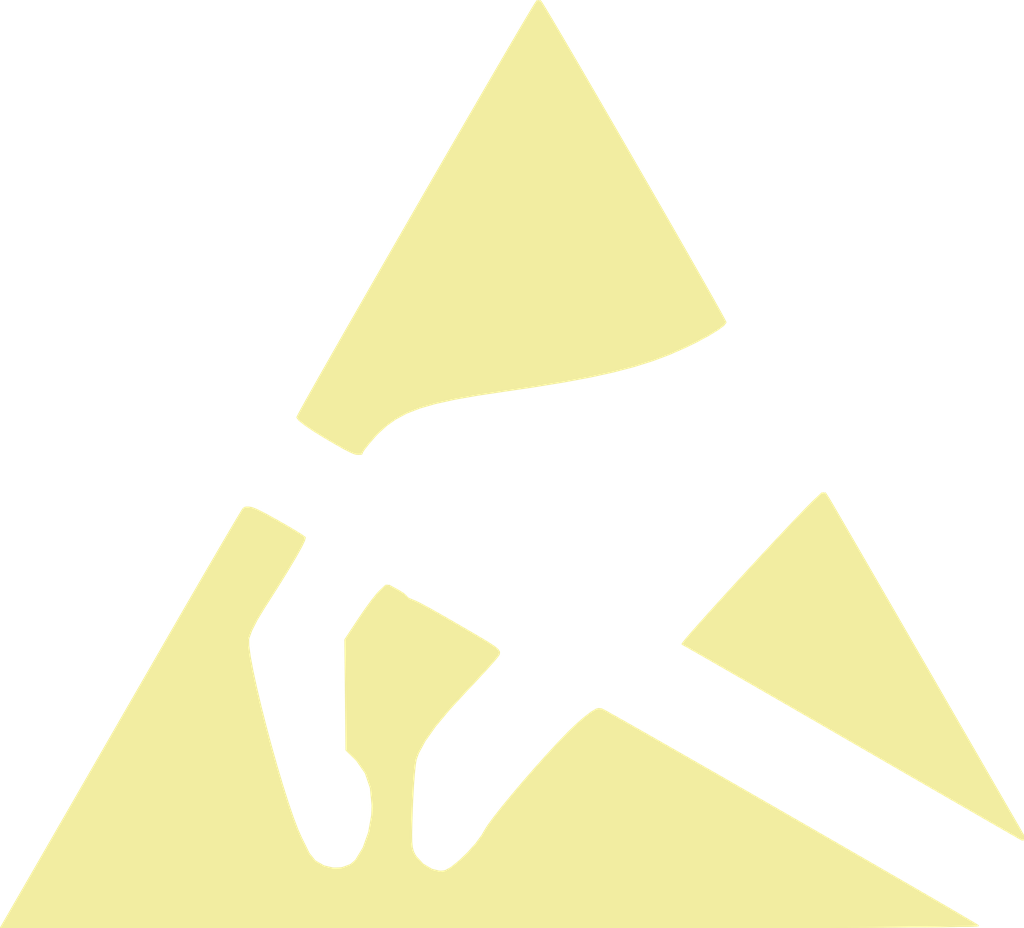
<source format=kicad_pcb>
(kicad_pcb (version 20240108) (generator "pcbnew") (generator_version "8.0")
  (layers (0 "F.Cu" signal) (31 "B.Cu" signal) (34 "B.Paste" user) (35 "F.Paste" user) (36 "B.SilkS" user "B.Silkscreen") (37 "F.SilkS" user "F.Silkscreen") (38 "B.Mask" user) (39 "F.Mask" user) (44 "Edge.Cuts" user))
  (net 0 "")
  (footprint "Symbol:ESD-Logo_6.6x6mm_SilkScreen" (layer "F.Cu") (at 55.79824 44.479146)
    (property "Reference" "R2" (hide yes))
    (property "Value" "R" (hide yes))
    (fp_poly (pts (xy 1.987528 0.234619) (xy 1.998908 0.253693) (xy 2.024488 0.297421) (xy 2.063002 0.363619) (xy 2.113186 0.450102) (xy 2.173775 0.554685) (xy 2.243503 0.675183) (xy 2.321107 0.809412) (xy 2.40532 0.955187) (xy 2.494879 1.110323) (xy 2.586998 1.27) (xy 2.681076 1.433117) (xy 2.771402 1.589709) (xy 2.856665 1.737506) (xy 2.935557 1.87424) (xy 3.006769 1.997642) (xy 3.068991 2.105444) (xy 3.120913 2.195377) (xy 3.161228 2.265173) (xy 3.188624 2.312564) (xy 3.201507 2.334786) (xy 3.222507 2.37233) (xy 3.233925 2.395831) (xy 3.234551 2.39992) (xy 3.220636 2.392242) (xy 3.181941 2.370203) (xy 3.120487 2.334971) (xy 3.038298 2.287711) (xy 2.937396 2.229589) (xy 2.819805 2.161771) (xy 2.687546 2.085424) (xy 2.542642 2.001714) (xy 2.387117 1.911806) (xy 2.222992 1.816867) (xy 2.160549 1.780732) (xy 1.993487 1.684083) (xy 1.834074 1.591938) (xy 1.684355 1.505475) (xy 1.546376 1.425871) (xy 1.422185 1.354305) (xy 1.313827 1.291955) (xy 1.223348 1.239998) (xy 1.152796 1.199613) (xy 1.104215 1.171978) (xy 1.079654 1.158272) (xy 1.077085 1.156974) (xy 1.084569 1.14522) (xy 1.110614 1.113795) (xy 1.152559 1.065594) (xy 1.207746 1.00351) (xy 1.273517 0.930439) (xy 1.347212 0.849276) (xy 1.426173 0.762916) (xy 1.50774 0.674253) (xy 1.589254 0.586182) (xy 1.668057 0.501599) (xy 1.74149 0.423397) (xy 1.806893 0.354472) (xy 1.861608 0.297719) (xy 1.902977 0.256032) (xy 1.917164 0.242363) (xy 1.96418 0.198201) (xy 1.987528 0.234619)) (stroke (width 0.01)) (fill solid) (layer "F.SilkS"))
    (fp_poly (pts (xy 0.164043 -2.914165) (xy 0.187065 -2.876755) (xy 0.222534 -2.817486) (xy 0.268996 -2.738882) (xy 0.324996 -2.643462) (xy 0.389081 -2.53375) (xy 0.459796 -2.412266) (xy 0.535687 -2.281532) (xy 0.615299 -2.14407) (xy 0.697178 -2.002402) (xy 0.77987 -1.859049) (xy 0.861921 -1.716533) (xy 0.941876 -1.577376) (xy 1.018281 -1.444099) (xy 1.089682 -1.319224) (xy 1.154624 -1.205273) (xy 1.211653 -1.104767) (xy 1.259315 -1.020228) (xy 1.296155 -0.954178) (xy 1.32072 -0.909138) (xy 1.331554 -0.88763) (xy 1.331951 -0.886286) (xy 1.318501 -0.868035) (xy 1.281114 -0.840118) (xy 1.224235 -0.805275) (xy 1.152312 -0.766246) (xy 1.077015 -0.729157) (xy 0.97456 -0.684183) (xy 0.866817 -0.643774) (xy 0.750073 -0.607031) (xy 0.620618 -0.573058) (xy 0.47474 -0.540956) (xy 0.308726 -0.509827) (xy 0.118866 -0.478773) (xy -0.077531 -0.449855) (xy -0.248166 -0.4242) (xy -0.391455 -0.398802) (xy -0.510992 -0.372398) (xy -0.61037 -0.343727) (xy -0.693182 -0.311527) (xy -0.763022 -0.274535) (xy -0.823482 -0.231488) (xy -0.878155 -0.181125) (xy -0.895786 -0.162417) (xy -0.934 -0.118861) (xy -0.962268 -0.083318) (xy -0.975382 -0.062417) (xy -0.975732 -0.060703) (xy -0.98032 -0.050194) (xy -0.996242 -0.050076) (xy -1.026734 -0.061746) (xy -1.075032 -0.086604) (xy -1.144373 -0.126048) (xy -1.192561 -0.154413) (xy -1.264417 -0.198753) (xy -1.320258 -0.236721) (xy -1.356333 -0.265584) (xy -1.368887 -0.282612) (xy -1.368879 -0.282736) (xy -1.361094 -0.298963) (xy -1.339108 -0.3396) (xy -1.304197 -0.402433) (xy -1.257637 -0.485248) (xy -1.200705 -0.585828) (xy -1.134677 -0.70196) (xy -1.060828 -0.831429) (xy -0.980436 -0.97202) (xy -0.894776 -1.121518) (xy -0.805124 -1.277708) (xy -0.712757 -1.438376) (xy -0.618951 -1.601307) (xy -0.524982 -1.764287) (xy -0.432126 -1.9251) (xy -0.34166 -2.081532) (xy -0.254859 -2.231367) (xy -0.173 -2.372392) (xy -0.097359 -2.502391) (xy -0.029213 -2.619151) (xy 0.030163 -2.720455) (xy 0.079493 -2.804089) (xy 0.1175 -2.867838) (xy 0.142907 -2.909489) (xy 0.15444 -2.926825) (xy 0.154923 -2.927195) (xy 0.164043 -2.914165)) (stroke (width 0.01)) (fill solid) (layer "F.SilkS"))
    (fp_poly (pts (xy -1.677906 0.291158) (xy -1.645381 0.303736) (xy -1.595807 0.328712) (xy -1.524626 0.367876) (xy -1.519084 0.370988) (xy -1.453526 0.408476) (xy -1.398202 0.441319) (xy -1.358545 0.466205) (xy -1.339988 0.47982) (xy -1.339469 0.480487) (xy -1.343952 0.49939) (xy -1.364514 0.541605) (xy -1.399817 0.604832) (xy -1.44852 0.686772) (xy -1.509282 0.785122) (xy -1.580764 0.897585) (xy -1.598555 0.925165) (xy -1.644907 1.001699) (xy -1.678658 1.067556) (xy -1.696847 1.116782) (xy -1.698714 1.126507) (xy -1.697885 1.169312) (xy -1.688606 1.237209) (xy -1.672032 1.325843) (xy -1.64932 1.430859) (xy -1.621627 1.547902) (xy -1.59011 1.672616) (xy -1.555925 1.800645) (xy -1.520229 1.927634) (xy -1.484179 2.049228) (xy -1.448932 2.161072) (xy -1.415644 2.25881) (xy -1.385472 2.338087) (xy -1.364439 2.385122) (xy -1.339663 2.435225) (xy -1.31627 2.483168) (xy -1.315003 2.485793) (xy -1.276301 2.53422) (xy -1.219816 2.566828) (xy -1.154061 2.582454) (xy -1.087549 2.579937) (xy -1.028795 2.558114) (xy -0.995742 2.529382) (xy -0.948141 2.450583) (xy -0.913261 2.352378) (xy -0.894123 2.244779) (xy -0.891412 2.18378) (xy -0.90233 2.069935) (xy -0.934376 1.97566) (xy -0.989274 1.896379) (xy -1.006393 1.878733) (xy -1.057339 1.829235) (xy -1.060837 1.479362) (xy -1.064336 1.129489) (xy -0.975182 0.994531) (xy -0.933346 0.933445) (xy -0.893055 0.878493) (xy -0.860057 0.837336) (xy -0.845874 0.822192) (xy -0.805719 0.78481) (xy -0.751335 0.814098) (xy -0.716961 0.835084) (xy -0.698154 0.851378) (xy -0.696951 0.854307) (xy -0.684097 0.866728) (xy -0.662104 0.875977) (xy -0.64085 0.884313) (xy -0.608306 0.900149) (xy -0.561678 0.925033) (xy -0.498171 0.960509) (xy -0.414992 1.008123) (xy -0.309347 1.069422) (xy -0.251938 1.102932) (xy -0.184406 1.143071) (xy -0.140115 1.171659) (xy -0.115145 1.192039) (xy -0.105577 1.207553) (xy -0.107492 1.221546) (xy -0.109089 1.224796) (xy -0.124624 1.245266) (xy -0.157864 1.283665) (xy -0.204938 1.335696) (xy -0.261972 1.397066) (xy -0.3113 1.44909) (xy -0.42497 1.572567) (xy -0.513895 1.679591) (xy -0.578866 1.77124) (xy -0.620679 1.848588) (xy -0.634783 1.887866) (xy -0.640608 1.922249) (xy -0.646625 1.980899) (xy -0.652304 2.057117) (xy -0.657116 2.144202) (xy -0.659381 2.199268) (xy -0.662541 2.294464) (xy -0.663931 2.364062) (xy -0.663142 2.413409) (xy -0.659765 2.447854) (xy -0.653392 2.472743) (xy -0.643613 2.493425) (xy -0.635933 2.506053) (xy -0.591579 2.554726) (xy -0.534426 2.588645) (xy -0.474292 2.603438) (xy -0.429227 2.598086) (xy -0.388424 2.57493) (xy -0.337276 2.533462) (xy -0.282958 2.480912) (xy -0.232643 2.424516) (xy -0.193506 2.371505) (xy -0.179095 2.345889) (xy -0.157509 2.310814) (xy -0.118247 2.257389) (xy -0.064898 2.189789) (xy -0.001048 2.11219) (xy 0.069715 2.028768) (xy 0.143804 1.943698) (xy 0.217632 1.861155) (xy 0.287611 1.785316) (xy 0.350155 1.720356) (xy 0.39926 1.672669) (xy 0.453779 1.625032) (xy 0.499642 1.589908) (xy 0.531811 1.570949) (xy 0.542489 1.568864) (xy 0.558853 1.577274) (xy 0.599671 1.599846) (xy 0.662586 1.635224) (xy 0.745244 1.682054) (xy 0.845289 1.738981) (xy 0.960366 1.804649) (xy 1.088119 1.877703) (xy 1.226194 1.956788) (xy 1.372234 2.040548) (xy 1.523884 2.127629) (xy 1.67879 2.216676) (xy 1.834595 2.306332) (xy 1.988944 2.395243) (xy 2.139482 2.482054) (xy 2.283854 2.565409) (xy 2.419704 2.643954) (xy 2.544677 2.716333) (xy 2.656417 2.78119) (xy 2.75257 2.837171) (xy 2.830779 2.88292) (xy 2.888689 2.917083) (xy 2.923946 2.938304) (xy 2.934165 2.944963) (xy 2.920402 2.94628) (xy 2.877104 2.947559) (xy 2.805714 2.948796) (xy 2.707673 2.949983) (xy 2.584422 2.951115) (xy 2.437403 2.952186) (xy 2.268057 2.953189) (xy 2.077826 2.954119) (xy 1.868151 2.954968) (xy 1.640473 2.955732) (xy 1.396235 2.956403) (xy 1.136877 2.956976) (xy 0.863841 2.957444) (xy 0.578568 2.957802) (xy 0.2825 2.958042) (xy -0.022921 2.958159) (xy -0.151076 2.958171) (xy -3.25103 2.958171) (xy -3.029947 2.574847) (xy -2.983144 2.49368) (xy -2.922898 2.389166) (xy -2.851222 2.264801) (xy -2.770131 2.124082) (xy -2.681638 1.970503) (xy -2.58776 1.807562) (xy -2.490509 1.638754) (xy -2.3919 1.467575) (xy -2.293947 1.297521) (xy -2.269175 1.254512) (xy -2.178848 1.097857) (xy -2.092711 0.948803) (xy -2.012058 0.809568) (xy -1.938184 0.682371) (xy -1.872383 0.569432) (xy -1.81595 0.472968) (xy -1.770179 0.3952) (xy -1.736365 0.338346) (xy -1.715802 0.304625) (xy -1.710047 0.29604) (xy -1.697942 0.289189) (xy -1.677906 0.291158)) (stroke (width 0.01)) (fill solid) (layer "F.SilkS"))
  )
  (footprint "Symbol:ESD-Logo_6.6x6mm_SilkScreen" (layer "F.Cu") (at 55.81 44.48)
    (property "Reference" "R1" (hide yes))
    (property "Value" "R" (hide yes))
    (fp_poly (pts (xy 1.987528 0.234619) (xy 1.998908 0.253693) (xy 2.024488 0.297421) (xy 2.063002 0.363619) (xy 2.113186 0.450102) (xy 2.173775 0.554685) (xy 2.243503 0.675183) (xy 2.321107 0.809412) (xy 2.40532 0.955187) (xy 2.494879 1.110323) (xy 2.586998 1.27) (xy 2.681076 1.433117) (xy 2.771402 1.589709) (xy 2.856665 1.737506) (xy 2.935557 1.87424) (xy 3.006769 1.997642) (xy 3.068991 2.105444) (xy 3.120913 2.195377) (xy 3.161228 2.265173) (xy 3.188624 2.312564) (xy 3.201507 2.334786) (xy 3.222507 2.37233) (xy 3.233925 2.395831) (xy 3.234551 2.39992) (xy 3.220636 2.392242) (xy 3.181941 2.370203) (xy 3.120487 2.334971) (xy 3.038298 2.287711) (xy 2.937396 2.229589) (xy 2.819805 2.161771) (xy 2.687546 2.085424) (xy 2.542642 2.001714) (xy 2.387117 1.911806) (xy 2.222992 1.816867) (xy 2.160549 1.780732) (xy 1.993487 1.684083) (xy 1.834074 1.591938) (xy 1.684355 1.505475) (xy 1.546376 1.425871) (xy 1.422185 1.354305) (xy 1.313827 1.291955) (xy 1.223348 1.239998) (xy 1.152796 1.199613) (xy 1.104215 1.171978) (xy 1.079654 1.158272) (xy 1.077085 1.156974) (xy 1.084569 1.14522) (xy 1.110614 1.113795) (xy 1.152559 1.065594) (xy 1.207746 1.00351) (xy 1.273517 0.930439) (xy 1.347212 0.849276) (xy 1.426173 0.762916) (xy 1.50774 0.674253) (xy 1.589254 0.586182) (xy 1.668057 0.501599) (xy 1.74149 0.423397) (xy 1.806893 0.354472) (xy 1.861608 0.297719) (xy 1.902977 0.256032) (xy 1.917164 0.242363) (xy 1.96418 0.198201) (xy 1.987528 0.234619)) (stroke (width 0.01)) (fill solid) (layer "F.SilkS"))
    (fp_poly (pts (xy 0.164043 -2.914165) (xy 0.187065 -2.876755) (xy 0.222534 -2.817486) (xy 0.268996 -2.738882) (xy 0.324996 -2.643462) (xy 0.389081 -2.53375) (xy 0.459796 -2.412266) (xy 0.535687 -2.281532) (xy 0.615299 -2.14407) (xy 0.697178 -2.002402) (xy 0.77987 -1.859049) (xy 0.861921 -1.716533) (xy 0.941876 -1.577376) (xy 1.018281 -1.444099) (xy 1.089682 -1.319224) (xy 1.154624 -1.205273) (xy 1.211653 -1.104767) (xy 1.259315 -1.020228) (xy 1.296155 -0.954178) (xy 1.32072 -0.909138) (xy 1.331554 -0.88763) (xy 1.331951 -0.886286) (xy 1.318501 -0.868035) (xy 1.281114 -0.840118) (xy 1.224235 -0.805275) (xy 1.152312 -0.766246) (xy 1.077015 -0.729157) (xy 0.97456 -0.684183) (xy 0.866817 -0.643774) (xy 0.750073 -0.607031) (xy 0.620618 -0.573058) (xy 0.47474 -0.540956) (xy 0.308726 -0.509827) (xy 0.118866 -0.478773) (xy -0.077531 -0.449855) (xy -0.248166 -0.4242) (xy -0.391455 -0.398802) (xy -0.510992 -0.372398) (xy -0.61037 -0.343727) (xy -0.693182 -0.311527) (xy -0.763022 -0.274535) (xy -0.823482 -0.231488) (xy -0.878155 -0.181125) (xy -0.895786 -0.162417) (xy -0.934 -0.118861) (xy -0.962268 -0.083318) (xy -0.975382 -0.062417) (xy -0.975732 -0.060703) (xy -0.98032 -0.050194) (xy -0.996242 -0.050076) (xy -1.026734 -0.061746) (xy -1.075032 -0.086604) (xy -1.144373 -0.126048) (xy -1.192561 -0.154413) (xy -1.264417 -0.198753) (xy -1.320258 -0.236721) (xy -1.356333 -0.265584) (xy -1.368887 -0.282612) (xy -1.368879 -0.282736) (xy -1.361094 -0.298963) (xy -1.339108 -0.3396) (xy -1.304197 -0.402433) (xy -1.257637 -0.485248) (xy -1.200705 -0.585828) (xy -1.134677 -0.70196) (xy -1.060828 -0.831429) (xy -0.980436 -0.97202) (xy -0.894776 -1.121518) (xy -0.805124 -1.277708) (xy -0.712757 -1.438376) (xy -0.618951 -1.601307) (xy -0.524982 -1.764287) (xy -0.432126 -1.9251) (xy -0.34166 -2.081532) (xy -0.254859 -2.231367) (xy -0.173 -2.372392) (xy -0.097359 -2.502391) (xy -0.029213 -2.619151) (xy 0.030163 -2.720455) (xy 0.079493 -2.804089) (xy 0.1175 -2.867838) (xy 0.142907 -2.909489) (xy 0.15444 -2.926825) (xy 0.154923 -2.927195) (xy 0.164043 -2.914165)) (stroke (width 0.01)) (fill solid) (layer "F.SilkS"))
    (fp_poly (pts (xy -1.677906 0.291158) (xy -1.645381 0.303736) (xy -1.595807 0.328712) (xy -1.524626 0.367876) (xy -1.519084 0.370988) (xy -1.453526 0.408476) (xy -1.398202 0.441319) (xy -1.358545 0.466205) (xy -1.339988 0.47982) (xy -1.339469 0.480487) (xy -1.343952 0.49939) (xy -1.364514 0.541605) (xy -1.399817 0.604832) (xy -1.44852 0.686772) (xy -1.509282 0.785122) (xy -1.580764 0.897585) (xy -1.598555 0.925165) (xy -1.644907 1.001699) (xy -1.678658 1.067556) (xy -1.696847 1.116782) (xy -1.698714 1.126507) (xy -1.697885 1.169312) (xy -1.688606 1.237209) (xy -1.672032 1.325843) (xy -1.64932 1.430859) (xy -1.621627 1.547902) (xy -1.59011 1.672616) (xy -1.555925 1.800645) (xy -1.520229 1.927634) (xy -1.484179 2.049228) (xy -1.448932 2.161072) (xy -1.415644 2.25881) (xy -1.385472 2.338087) (xy -1.364439 2.385122) (xy -1.339663 2.435225) (xy -1.31627 2.483168) (xy -1.315003 2.485793) (xy -1.276301 2.53422) (xy -1.219816 2.566828) (xy -1.154061 2.582454) (xy -1.087549 2.579937) (xy -1.028795 2.558114) (xy -0.995742 2.529382) (xy -0.948141 2.450583) (xy -0.913261 2.352378) (xy -0.894123 2.244779) (xy -0.891412 2.18378) (xy -0.90233 2.069935) (xy -0.934376 1.97566) (xy -0.989274 1.896379) (xy -1.006393 1.878733) (xy -1.057339 1.829235) (xy -1.060837 1.479362) (xy -1.064336 1.129489) (xy -0.975182 0.994531) (xy -0.933346 0.933445) (xy -0.893055 0.878493) (xy -0.860057 0.837336) (xy -0.845874 0.822192) (xy -0.805719 0.78481) (xy -0.751335 0.814098) (xy -0.716961 0.835084) (xy -0.698154 0.851378) (xy -0.696951 0.854307) (xy -0.684097 0.866728) (xy -0.662104 0.875977) (xy -0.64085 0.884313) (xy -0.608306 0.900149) (xy -0.561678 0.925033) (xy -0.498171 0.960509) (xy -0.414992 1.008123) (xy -0.309347 1.069422) (xy -0.251938 1.102932) (xy -0.184406 1.143071) (xy -0.140115 1.171659) (xy -0.115145 1.192039) (xy -0.105577 1.207553) (xy -0.107492 1.221546) (xy -0.109089 1.224796) (xy -0.124624 1.245266) (xy -0.157864 1.283665) (xy -0.204938 1.335696) (xy -0.261972 1.397066) (xy -0.3113 1.44909) (xy -0.42497 1.572567) (xy -0.513895 1.679591) (xy -0.578866 1.77124) (xy -0.620679 1.848588) (xy -0.634783 1.887866) (xy -0.640608 1.922249) (xy -0.646625 1.980899) (xy -0.652304 2.057117) (xy -0.657116 2.144202) (xy -0.659381 2.199268) (xy -0.662541 2.294464) (xy -0.663931 2.364062) (xy -0.663142 2.413409) (xy -0.659765 2.447854) (xy -0.653392 2.472743) (xy -0.643613 2.493425) (xy -0.635933 2.506053) (xy -0.591579 2.554726) (xy -0.534426 2.588645) (xy -0.474292 2.603438) (xy -0.429227 2.598086) (xy -0.388424 2.57493) (xy -0.337276 2.533462) (xy -0.282958 2.480912) (xy -0.232643 2.424516) (xy -0.193506 2.371505) (xy -0.179095 2.345889) (xy -0.157509 2.310814) (xy -0.118247 2.257389) (xy -0.064898 2.189789) (xy -0.001048 2.11219) (xy 0.069715 2.028768) (xy 0.143804 1.943698) (xy 0.217632 1.861155) (xy 0.287611 1.785316) (xy 0.350155 1.720356) (xy 0.39926 1.672669) (xy 0.453779 1.625032) (xy 0.499642 1.589908) (xy 0.531811 1.570949) (xy 0.542489 1.568864) (xy 0.558853 1.577274) (xy 0.599671 1.599846) (xy 0.662586 1.635224) (xy 0.745244 1.682054) (xy 0.845289 1.738981) (xy 0.960366 1.804649) (xy 1.088119 1.877703) (xy 1.226194 1.956788) (xy 1.372234 2.040548) (xy 1.523884 2.127629) (xy 1.67879 2.216676) (xy 1.834595 2.306332) (xy 1.988944 2.395243) (xy 2.139482 2.482054) (xy 2.283854 2.565409) (xy 2.419704 2.643954) (xy 2.544677 2.716333) (xy 2.656417 2.78119) (xy 2.75257 2.837171) (xy 2.830779 2.88292) (xy 2.888689 2.917083) (xy 2.923946 2.938304) (xy 2.934165 2.944963) (xy 2.920402 2.94628) (xy 2.877104 2.947559) (xy 2.805714 2.948796) (xy 2.707673 2.949983) (xy 2.584422 2.951115) (xy 2.437403 2.952186) (xy 2.268057 2.953189) (xy 2.077826 2.954119) (xy 1.868151 2.954968) (xy 1.640473 2.955732) (xy 1.396235 2.956403) (xy 1.136877 2.956976) (xy 0.863841 2.957444) (xy 0.578568 2.957802) (xy 0.2825 2.958042) (xy -0.022921 2.958159) (xy -0.151076 2.958171) (xy -3.25103 2.958171) (xy -3.029947 2.574847) (xy -2.983144 2.49368) (xy -2.922898 2.389166) (xy -2.851222 2.264801) (xy -2.770131 2.124082) (xy -2.681638 1.970503) (xy -2.58776 1.807562) (xy -2.490509 1.638754) (xy -2.3919 1.467575) (xy -2.293947 1.297521) (xy -2.269175 1.254512) (xy -2.178848 1.097857) (xy -2.092711 0.948803) (xy -2.012058 0.809568) (xy -1.938184 0.682371) (xy -1.872383 0.569432) (xy -1.81595 0.472968) (xy -1.770179 0.3952) (xy -1.736365 0.338346) (xy -1.715802 0.304625) (xy -1.710047 0.29604) (xy -1.697942 0.289189) (xy -1.677906 0.291158)) (stroke (width 0.01)) (fill solid) (layer "F.SilkS"))
  )
  (footprint "Symbol:ESD-Logo_6.6x6mm_SilkScreen" (layer "F.Cu") (at 55.79 44.48)
    (property "Reference" "R3" (hide yes))
    (property "Value" "R" (hide yes))
    (fp_poly (pts (xy 1.987528 0.234619) (xy 1.998908 0.253693) (xy 2.024488 0.297421) (xy 2.063002 0.363619) (xy 2.113186 0.450102) (xy 2.173775 0.554685) (xy 2.243503 0.675183) (xy 2.321107 0.809412) (xy 2.40532 0.955187) (xy 2.494879 1.110323) (xy 2.586998 1.27) (xy 2.681076 1.433117) (xy 2.771402 1.589709) (xy 2.856665 1.737506) (xy 2.935557 1.87424) (xy 3.006769 1.997642) (xy 3.068991 2.105444) (xy 3.120913 2.195377) (xy 3.161228 2.265173) (xy 3.188624 2.312564) (xy 3.201507 2.334786) (xy 3.222507 2.37233) (xy 3.233925 2.395831) (xy 3.234551 2.39992) (xy 3.220636 2.392242) (xy 3.181941 2.370203) (xy 3.120487 2.334971) (xy 3.038298 2.287711) (xy 2.937396 2.229589) (xy 2.819805 2.161771) (xy 2.687546 2.085424) (xy 2.542642 2.001714) (xy 2.387117 1.911806) (xy 2.222992 1.816867) (xy 2.160549 1.780732) (xy 1.993487 1.684083) (xy 1.834074 1.591938) (xy 1.684355 1.505475) (xy 1.546376 1.425871) (xy 1.422185 1.354305) (xy 1.313827 1.291955) (xy 1.223348 1.239998) (xy 1.152796 1.199613) (xy 1.104215 1.171978) (xy 1.079654 1.158272) (xy 1.077085 1.156974) (xy 1.084569 1.14522) (xy 1.110614 1.113795) (xy 1.152559 1.065594) (xy 1.207746 1.00351) (xy 1.273517 0.930439) (xy 1.347212 0.849276) (xy 1.426173 0.762916) (xy 1.50774 0.674253) (xy 1.589254 0.586182) (xy 1.668057 0.501599) (xy 1.74149 0.423397) (xy 1.806893 0.354472) (xy 1.861608 0.297719) (xy 1.902977 0.256032) (xy 1.917164 0.242363) (xy 1.96418 0.198201) (xy 1.987528 0.234619)) (stroke (width 0.01)) (fill solid) (layer "F.SilkS"))
    (fp_poly (pts (xy 0.164043 -2.914165) (xy 0.187065 -2.876755) (xy 0.222534 -2.817486) (xy 0.268996 -2.738882) (xy 0.324996 -2.643462) (xy 0.389081 -2.53375) (xy 0.459796 -2.412266) (xy 0.535687 -2.281532) (xy 0.615299 -2.14407) (xy 0.697178 -2.002402) (xy 0.77987 -1.859049) (xy 0.861921 -1.716533) (xy 0.941876 -1.577376) (xy 1.018281 -1.444099) (xy 1.089682 -1.319224) (xy 1.154624 -1.205273) (xy 1.211653 -1.104767) (xy 1.259315 -1.020228) (xy 1.296155 -0.954178) (xy 1.32072 -0.909138) (xy 1.331554 -0.88763) (xy 1.331951 -0.886286) (xy 1.318501 -0.868035) (xy 1.281114 -0.840118) (xy 1.224235 -0.805275) (xy 1.152312 -0.766246) (xy 1.077015 -0.729157) (xy 0.97456 -0.684183) (xy 0.866817 -0.643774) (xy 0.750073 -0.607031) (xy 0.620618 -0.573058) (xy 0.47474 -0.540956) (xy 0.308726 -0.509827) (xy 0.118866 -0.478773) (xy -0.077531 -0.449855) (xy -0.248166 -0.4242) (xy -0.391455 -0.398802) (xy -0.510992 -0.372398) (xy -0.61037 -0.343727) (xy -0.693182 -0.311527) (xy -0.763022 -0.274535) (xy -0.823482 -0.231488) (xy -0.878155 -0.181125) (xy -0.895786 -0.162417) (xy -0.934 -0.118861) (xy -0.962268 -0.083318) (xy -0.975382 -0.062417) (xy -0.975732 -0.060703) (xy -0.98032 -0.050194) (xy -0.996242 -0.050076) (xy -1.026734 -0.061746) (xy -1.075032 -0.086604) (xy -1.144373 -0.126048) (xy -1.192561 -0.154413) (xy -1.264417 -0.198753) (xy -1.320258 -0.236721) (xy -1.356333 -0.265584) (xy -1.368887 -0.282612) (xy -1.368879 -0.282736) (xy -1.361094 -0.298963) (xy -1.339108 -0.3396) (xy -1.304197 -0.402433) (xy -1.257637 -0.485248) (xy -1.200705 -0.585828) (xy -1.134677 -0.70196) (xy -1.060828 -0.831429) (xy -0.980436 -0.97202) (xy -0.894776 -1.121518) (xy -0.805124 -1.277708) (xy -0.712757 -1.438376) (xy -0.618951 -1.601307) (xy -0.524982 -1.764287) (xy -0.432126 -1.9251) (xy -0.34166 -2.081532) (xy -0.254859 -2.231367) (xy -0.173 -2.372392) (xy -0.097359 -2.502391) (xy -0.029213 -2.619151) (xy 0.030163 -2.720455) (xy 0.079493 -2.804089) (xy 0.1175 -2.867838) (xy 0.142907 -2.909489) (xy 0.15444 -2.926825) (xy 0.154923 -2.927195) (xy 0.164043 -2.914165)) (stroke (width 0.01)) (fill solid) (layer "F.SilkS"))
    (fp_poly (pts (xy -1.677906 0.291158) (xy -1.645381 0.303736) (xy -1.595807 0.328712) (xy -1.524626 0.367876) (xy -1.519084 0.370988) (xy -1.453526 0.408476) (xy -1.398202 0.441319) (xy -1.358545 0.466205) (xy -1.339988 0.47982) (xy -1.339469 0.480487) (xy -1.343952 0.49939) (xy -1.364514 0.541605) (xy -1.399817 0.604832) (xy -1.44852 0.686772) (xy -1.509282 0.785122) (xy -1.580764 0.897585) (xy -1.598555 0.925165) (xy -1.644907 1.001699) (xy -1.678658 1.067556) (xy -1.696847 1.116782) (xy -1.698714 1.126507) (xy -1.697885 1.169312) (xy -1.688606 1.237209) (xy -1.672032 1.325843) (xy -1.64932 1.430859) (xy -1.621627 1.547902) (xy -1.59011 1.672616) (xy -1.555925 1.800645) (xy -1.520229 1.927634) (xy -1.484179 2.049228) (xy -1.448932 2.161072) (xy -1.415644 2.25881) (xy -1.385472 2.338087) (xy -1.364439 2.385122) (xy -1.339663 2.435225) (xy -1.31627 2.483168) (xy -1.315003 2.485793) (xy -1.276301 2.53422) (xy -1.219816 2.566828) (xy -1.154061 2.582454) (xy -1.087549 2.579937) (xy -1.028795 2.558114) (xy -0.995742 2.529382) (xy -0.948141 2.450583) (xy -0.913261 2.352378) (xy -0.894123 2.244779) (xy -0.891412 2.18378) (xy -0.90233 2.069935) (xy -0.934376 1.97566) (xy -0.989274 1.896379) (xy -1.006393 1.878733) (xy -1.057339 1.829235) (xy -1.060837 1.479362) (xy -1.064336 1.129489) (xy -0.975182 0.994531) (xy -0.933346 0.933445) (xy -0.893055 0.878493) (xy -0.860057 0.837336) (xy -0.845874 0.822192) (xy -0.805719 0.78481) (xy -0.751335 0.814098) (xy -0.716961 0.835084) (xy -0.698154 0.851378) (xy -0.696951 0.854307) (xy -0.684097 0.866728) (xy -0.662104 0.875977) (xy -0.64085 0.884313) (xy -0.608306 0.900149) (xy -0.561678 0.925033) (xy -0.498171 0.960509) (xy -0.414992 1.008123) (xy -0.309347 1.069422) (xy -0.251938 1.102932) (xy -0.184406 1.143071) (xy -0.140115 1.171659) (xy -0.115145 1.192039) (xy -0.105577 1.207553) (xy -0.107492 1.221546) (xy -0.109089 1.224796) (xy -0.124624 1.245266) (xy -0.157864 1.283665) (xy -0.204938 1.335696) (xy -0.261972 1.397066) (xy -0.3113 1.44909) (xy -0.42497 1.572567) (xy -0.513895 1.679591) (xy -0.578866 1.77124) (xy -0.620679 1.848588) (xy -0.634783 1.887866) (xy -0.640608 1.922249) (xy -0.646625 1.980899) (xy -0.652304 2.057117) (xy -0.657116 2.144202) (xy -0.659381 2.199268) (xy -0.662541 2.294464) (xy -0.663931 2.364062) (xy -0.663142 2.413409) (xy -0.659765 2.447854) (xy -0.653392 2.472743) (xy -0.643613 2.493425) (xy -0.635933 2.506053) (xy -0.591579 2.554726) (xy -0.534426 2.588645) (xy -0.474292 2.603438) (xy -0.429227 2.598086) (xy -0.388424 2.57493) (xy -0.337276 2.533462) (xy -0.282958 2.480912) (xy -0.232643 2.424516) (xy -0.193506 2.371505) (xy -0.179095 2.345889) (xy -0.157509 2.310814) (xy -0.118247 2.257389) (xy -0.064898 2.189789) (xy -0.001048 2.11219) (xy 0.069715 2.028768) (xy 0.143804 1.943698) (xy 0.217632 1.861155) (xy 0.287611 1.785316) (xy 0.350155 1.720356) (xy 0.39926 1.672669) (xy 0.453779 1.625032) (xy 0.499642 1.589908) (xy 0.531811 1.570949) (xy 0.542489 1.568864) (xy 0.558853 1.577274) (xy 0.599671 1.599846) (xy 0.662586 1.635224) (xy 0.745244 1.682054) (xy 0.845289 1.738981) (xy 0.960366 1.804649) (xy 1.088119 1.877703) (xy 1.226194 1.956788) (xy 1.372234 2.040548) (xy 1.523884 2.127629) (xy 1.67879 2.216676) (xy 1.834595 2.306332) (xy 1.988944 2.395243) (xy 2.139482 2.482054) (xy 2.283854 2.565409) (xy 2.419704 2.643954) (xy 2.544677 2.716333) (xy 2.656417 2.78119) (xy 2.75257 2.837171) (xy 2.830779 2.88292) (xy 2.888689 2.917083) (xy 2.923946 2.938304) (xy 2.934165 2.944963) (xy 2.920402 2.94628) (xy 2.877104 2.947559) (xy 2.805714 2.948796) (xy 2.707673 2.949983) (xy 2.584422 2.951115) (xy 2.437403 2.952186) (xy 2.268057 2.953189) (xy 2.077826 2.954119) (xy 1.868151 2.954968) (xy 1.640473 2.955732) (xy 1.396235 2.956403) (xy 1.136877 2.956976) (xy 0.863841 2.957444) (xy 0.578568 2.957802) (xy 0.2825 2.958042) (xy -0.022921 2.958159) (xy -0.151076 2.958171) (xy -3.25103 2.958171) (xy -3.029947 2.574847) (xy -2.983144 2.49368) (xy -2.922898 2.389166) (xy -2.851222 2.264801) (xy -2.770131 2.124082) (xy -2.681638 1.970503) (xy -2.58776 1.807562) (xy -2.490509 1.638754) (xy -2.3919 1.467575) (xy -2.293947 1.297521) (xy -2.269175 1.254512) (xy -2.178848 1.097857) (xy -2.092711 0.948803) (xy -2.012058 0.809568) (xy -1.938184 0.682371) (xy -1.872383 0.569432) (xy -1.81595 0.472968) (xy -1.770179 0.3952) (xy -1.736365 0.338346) (xy -1.715802 0.304625) (xy -1.710047 0.29604) (xy -1.697942 0.289189) (xy -1.677906 0.291158)) (stroke (width 0.01)) (fill solid) (layer "F.SilkS"))
  )
)
</source>
